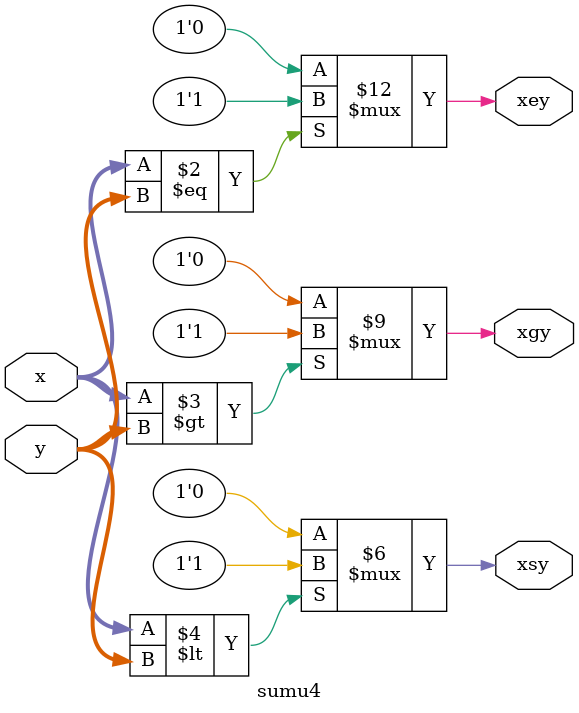
<source format=v>
`timescale 1ns / 1ps
module sumu4(x,y,xgy,xsy,xey
    );
input[2:0] x,y;
output xgy,xsy,xey;
reg xgy,xsy,xey;


always@(x or y)
    begin
	     if(x==y)
		      xey=1;
		  else xey=0;
		  
		  if(x>y)
		      xgy=1;
		  else xgy =0;
		  
		  if(x<y)
		      xsy =1;
		  else xsy = 0;
	 end
endmodule

</source>
